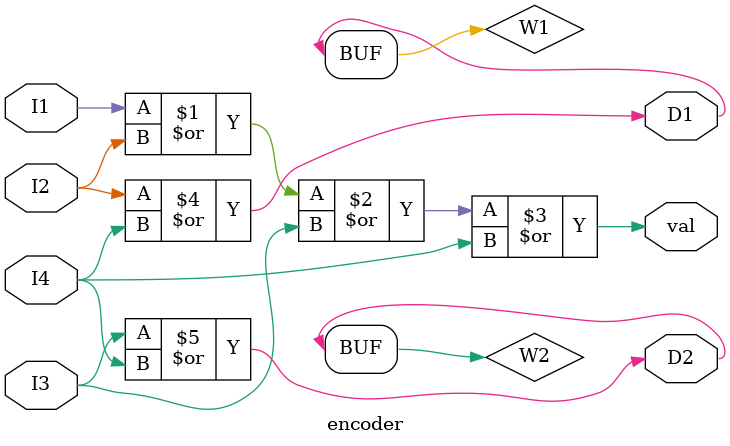
<source format=v>
module encoder(input I1,input I2,input I3,input I4,output val,output D1,D2);
  wire W1,W2;
  or(val,I1,I2,I3,I4);
  or(W1,I2,I4);
  or(W2,I3,I4);
  assign D1=W1;
  assign D2=W2;
endmodule
</source>
